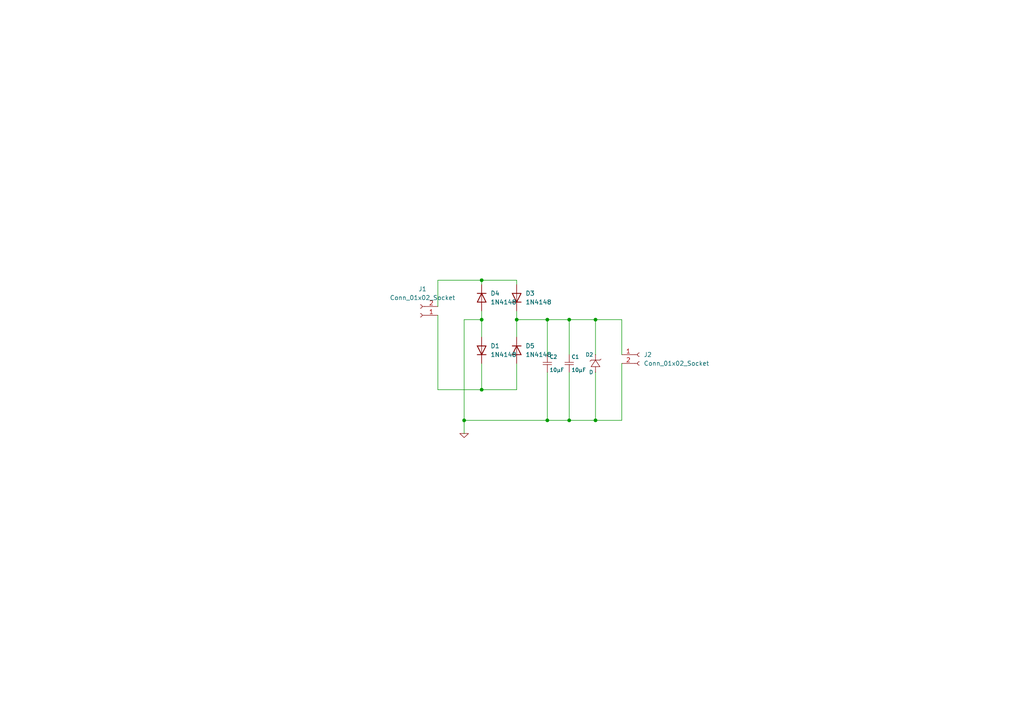
<source format=kicad_sch>
(kicad_sch (version 20250114) (generator "eeschema") (generator_version "9.0")
  (paper "A4")
  (lib_symbols
    (symbol "Connector:Conn_01x02_Socket" (pin_names (offset 1.016) (hide yes))
      (property "Reference" "J" (at 0 2.54 0))
      (property "Value" "Conn_01x02_Socket" (at 0 -5.08 0))
      (symbol "Conn_01x02_Socket_1_1"
        (polyline (pts (xy -1.27 0) (xy -0.508 0)) (stroke (width 0.1524)))
        (polyline (pts (xy -1.27 -2.54) (xy -0.508 -2.54)) (stroke (width 0.1524)))
        (arc (start 0 -0.508) (mid -0.5058 0) (end 0 0.508) (stroke (width 0.1524)))
        (arc (start 0 -3.048) (mid -0.5058 -2.54) (end 0 -2.032) (stroke (width 0.1524)))
        (pin passive line (at -5.08 0 0) (length 3.81) (name "Pin_1") (number "1"))
        (pin passive line (at -5.08 -2.54 0) (length 3.81) (name "Pin_2") (number "2"))
      )
    )
    (symbol "Diode:1N4148" (pin_numbers (hide yes)) (pin_names (hide yes))
      (property "Reference" "D" (at 0 2.54 0))
      (property "Value" "1N4148" (at 0 -2.54 0))
      (symbol "1N4148_0_1"
        (polyline (pts (xy -1.27 1.27) (xy -1.27 -1.27)) (stroke (width 0.254)))
        (polyline (pts (xy 1.27 1.27) (xy 1.27 -1.27) (xy -1.27 0) (xy 1.27 1.27)) (stroke (width 0.254)))
        (polyline (pts (xy 1.27 0) (xy -1.27 0)))
      )
      (symbol "1N4148_1_1"
        (pin passive line (at -3.81 0 0) (length 2.54) (name "K") (number "1"))
        (pin passive line (at 3.81 0 180) (length 2.54) (name "A") (number "2"))
      )
    )
    (symbol "ltspice:GND" (power)
      (symbol "GND_0_0"
        (polyline (pts (xy 1.27 0) (xy -1.27 0) (xy 0 -1.1938) (xy 1.27 0) (xy -1.27 0) (xy 0 -1.1938)) (stroke (width 0.1524)))
        (pin power_in line (at 0 0 0) (length 0.0005) (name "") (number ""))
      )
    )
    (symbol "ltspice:cap" (pin_numbers (hide yes))
      (symbol "cap_0_0"
        (polyline (pts (xy 1.27 0) (xy 1.27 -2.2352)) (stroke (width 0.1524)))
        (polyline (pts (xy 1.27 -5.08) (xy 1.27 -2.8702)) (stroke (width 0.1524)))
        (polyline (pts (xy 2.54 -2.2352) (xy 0 -2.2352)) (stroke (width 0.1524)))
        (polyline (pts (xy 2.54 -2.8702) (xy 0 -2.8702)) (stroke (width 0.1524)))
        (pin passive line (at 1.27 0 0) (length 0.0005) (name "") (number "1"))
        (pin passive line (at 1.27 -5.08 0) (length 0.0005) (name "") (number "2"))
      )
    )
    (symbol "ltspice:zener" (pin_numbers (hide yes))
      (symbol "zener_0_0"
        (polyline (pts (xy -0.3302 -3.81) (xy 0 -3.5052)) (stroke (width 0.1524)))
        (polyline (pts (xy 1.27 -1.6002) (xy 1.27 0)) (stroke (width 0.1524)))
        (polyline (pts (xy 1.27 -3.5052) (xy 0 -1.6002)) (stroke (width 0.1524)))
        (polyline (pts (xy 1.27 -3.5052) (xy 2.54 -1.6002)) (stroke (width 0.1524)))
        (polyline (pts (xy 1.27 -5.08) (xy 1.27 -3.5052)) (stroke (width 0.1524)))
        (polyline (pts (xy 2.54 -1.6002) (xy 0 -1.6002)) (stroke (width 0.1524)))
        (polyline (pts (xy 2.54 -3.5052) (xy 0 -3.5052)) (stroke (width 0.1524)))
        (polyline (pts (xy 2.8702 -3.175) (xy 2.54 -3.5052)) (stroke (width 0.1524)))
        (pin passive line (at 1.27 0 0) (length 0.0005) (name "+") (number "1"))
        (pin passive line (at 1.27 -5.08 0) (length 0.0005) (name "-") (number "2"))
      )
    )
  )
  (junction (at 139.7 92.71))
  (junction (at 139.7 81.28))
  (junction (at 172.72 92.71))
  (junction (at 172.72 121.92))
  (junction (at 165.1 121.92))
  (junction (at 165.1 92.71))
  (junction (at 158.75 92.71))
  (junction (at 158.75 121.92))
  (junction (at 134.62 121.92))
  (junction (at 139.7 113.03))
  (junction (at 149.86 92.71))
  (wire (pts (xy 149.86 81.28) (xy 149.86 82.55)))
  (wire (pts (xy 149.86 92.71) (xy 149.86 97.79)) (stroke (width 0.1524)))
  (wire (pts (xy 127 81.28) (xy 127 88.9)))
  (wire (pts (xy 158.75 102.87) (xy 158.75 92.71)) (stroke (width 0.1524)))
  (wire (pts (xy 172.72 121.92) (xy 172.72 107.95)) (stroke (width 0.1524)))
  (wire (pts (xy 158.75 121.92) (xy 158.75 107.95)) (stroke (width 0.1524)))
  (wire (pts (xy 158.75 121.92) (xy 165.1 121.92)) (stroke (width 0.1524)))
  (wire (pts (xy 180.34 121.92) (xy 172.72 121.92)))
  (wire (pts (xy 139.7 113.03) (xy 149.86 113.03)) (stroke (width 0.1524)))
  (wire (pts (xy 134.62 125.73) (xy 134.62 121.92)) (stroke (width 0.1524)))
  (wire (pts (xy 158.75 92.71) (xy 165.1 92.71)) (stroke (width 0.1524)))
  (wire (pts (xy 139.7 92.71) (xy 139.7 90.17)) (stroke (width 0.1524)))
  (wire (pts (xy 165.1 121.92) (xy 165.1 107.95)) (stroke (width 0.1524)))
  (wire (pts (xy 165.1 102.87) (xy 165.1 92.71)) (stroke (width 0.1524)))
  (wire (pts (xy 127 113.03) (xy 139.7 113.03)) (stroke (width 0.1524)))
  (wire (pts (xy 172.72 92.71) (xy 180.34 92.71)))
  (wire (pts (xy 172.72 102.87) (xy 172.72 92.71)) (stroke (width 0.1524)))
  (wire (pts (xy 149.86 81.28) (xy 139.7 81.28)) (stroke (width 0.1524)))
  (wire (pts (xy 172.72 92.71) (xy 165.1 92.71)) (stroke (width 0.1524)))
  (wire (pts (xy 139.7 105.41) (xy 139.7 113.03)))
  (wire (pts (xy 127 91.44) (xy 127 113.03)))
  (wire (pts (xy 172.72 121.92) (xy 165.1 121.92)) (stroke (width 0.1524)))
  (wire (pts (xy 180.34 102.87) (xy 180.34 92.71)))
  (wire (pts (xy 139.7 82.55) (xy 139.7 81.28)) (stroke (width 0.1524)))
  (wire (pts (xy 139.7 81.28) (xy 127 81.28)) (stroke (width 0.1524)))
  (wire (pts (xy 149.86 90.17) (xy 149.86 92.71)) (stroke (width 0.1524)))
  (wire (pts (xy 139.7 92.71) (xy 139.7 97.79)) (stroke (width 0.1524)))
  (wire (pts (xy 180.34 105.41) (xy 180.34 121.92)))
  (wire (pts (xy 134.62 121.92) (xy 158.75 121.92)) (stroke (width 0.1524)))
  (wire (pts (xy 149.86 92.71) (xy 158.75 92.71)) (stroke (width 0.1524)))
  (wire (pts (xy 139.7 92.71) (xy 134.62 92.71)) (stroke (width 0.1524)))
  (wire (pts (xy 149.86 105.41) (xy 149.86 113.03)))
  (wire (pts (xy 134.62 121.92) (xy 134.62 92.71)) (stroke (width 0.1524)))
  (symbol (lib_id "Diode:1N4148") (at 149.86 101.6 270) (unit 1)
    (property "Reference" "D5" (at 152.4 100.3299 90) (effects (justify left)))
    (property "Value" "1N4148" (at 152.4 102.8699 90) (effects (justify left)))
    (property "Footprint" "Diode_THT:D_DO-35_SOD27_P7.62mm_Horizontal" (effects (hide yes)))
    (property "Datasheet" "https://assets.nexperia.com/documents/data-sheet/1N4148_1N4448.pdf" (effects (hide yes)))
    (property "Description" "100V 0.15A standard switching diode, DO-35" (effects (hide yes)))
    (property "Sim.Device" "D" (effects (hide yes)))
    (property "Sim.Pins" "1=K 2=A" (effects (hide yes)))
  )
  (symbol (lib_id "ltspice:zener") (at 173.99 107.95 180) (unit 1)
    (property "Reference" "D2" (at 172.085 102.87 0) (effects (font (size 1.0668 1.0668)) (justify left)))
    (property "Value" "D" (at 172.085 107.95 0) (effects (font (size 1.0668 1.0668)) (justify left)))
    (property "Footprint" "Diode_THT:D_DO-35_SOD27_P7.62mm_Horizontal" (effects (hide yes)))
    (property "Sim.Device" "SPICE" (effects (hide yes)))
    (property "Sim.Params" "model=\"D\"" (effects (hide yes)))
  )
  (symbol (lib_id "Diode:1N4148") (at 139.7 101.6 90) (unit 1)
    (property "Reference" "D1" (at 142.24 100.3299 90) (effects (justify right)))
    (property "Value" "1N4148" (at 142.24 102.8699 90) (effects (justify right)))
    (property "Footprint" "Diode_THT:D_DO-35_SOD27_P7.62mm_Horizontal" (effects (hide yes)))
    (property "Datasheet" "https://assets.nexperia.com/documents/data-sheet/1N4148_1N4448.pdf" (effects (hide yes)))
    (property "Description" "100V 0.15A standard switching diode, DO-35" (effects (hide yes)))
    (property "Sim.Device" "D" (effects (hide yes)))
    (property "Sim.Pins" "1=K 2=A" (effects (hide yes)))
  )
  (symbol (lib_id "ltspice:cap") (at 157.48 102.87 0) (unit 1)
    (property "Reference" "C2" (at 159.385 103.505 0) (effects (font (size 1.0668 1.0668)) (justify left)))
    (property "Value" "10µF" (at 159.385 107.315 0) (effects (font (size 1.0668 1.0668)) (justify left)))
    (property "Footprint" "Capacitor_THT:CP_Radial_D4.0mm_P2.00mm" (effects (hide yes)))
    (property "Sim.Device" "C" (effects (hide yes)))
    (property "Sim.Params" "C=${VALUE}" (effects (hide yes)))
  )
  (symbol (lib_id "ltspice:GND") (at 134.62 125.73 0) (unit 1)
    (property "Reference" "#GND000" (effects (hide yes)))
    (property "Value" "0" (effects (hide yes)))
  )
  (symbol (lib_id "ltspice:cap") (at 163.83 102.87 0) (unit 1)
    (property "Reference" "C1" (at 165.735 103.505 0) (effects (font (size 1.0668 1.0668)) (justify left)))
    (property "Value" "10µF" (at 165.735 107.315 0) (effects (font (size 1.0668 1.0668)) (justify left)))
    (property "Footprint" "Capacitor_THT:CP_Radial_D4.0mm_P2.00mm" (effects (hide yes)))
    (property "Sim.Device" "C" (effects (hide yes)))
    (property "Sim.Params" "C=${VALUE}" (effects (hide yes)))
  )
  (symbol (lib_id "Diode:1N4148") (at 139.7 86.36 270) (unit 1)
    (property "Reference" "D4" (at 142.24 85.0899 90) (effects (justify left)))
    (property "Value" "1N4148" (at 142.24 87.6299 90) (effects (justify left)))
    (property "Footprint" "Diode_THT:D_DO-35_SOD27_P7.62mm_Horizontal" (effects (hide yes)))
    (property "Datasheet" "https://assets.nexperia.com/documents/data-sheet/1N4148_1N4448.pdf" (effects (hide yes)))
    (property "Description" "100V 0.15A standard switching diode, DO-35" (effects (hide yes)))
    (property "Sim.Device" "D" (effects (hide yes)))
    (property "Sim.Pins" "1=K 2=A" (effects (hide yes)))
  )
  (symbol (lib_id "Connector:Conn_01x02_Socket") (at 185.42 102.87 0) (unit 1)
    (property "Reference" "J2" (at 186.69 102.8699 0) (effects (justify left)))
    (property "Value" "Conn_01x02_Socket" (at 186.69 105.4099 0) (effects (justify left)))
    (property "Footprint" "Connector_PinSocket_2.00mm:PinSocket_1x02_P2.00mm_Vertical" (effects (hide yes)))
    (property "Description" "Generic connector, single row, 01x02, script generated" (effects (hide yes)))
  )
  (symbol (lib_id "Connector:Conn_01x02_Socket") (at 121.92 91.44 180) (unit 1)
    (property "Reference" "J1" (at 122.555 83.82 0))
    (property "Value" "Conn_01x02_Socket" (at 122.555 86.36 0))
    (property "Footprint" "Connector_PinSocket_2.00mm:PinSocket_1x02_P2.00mm_Vertical" (effects (hide yes)))
    (property "Description" "Generic connector, single row, 01x02, script generated" (effects (hide yes)))
  )
  (symbol (lib_id "Diode:1N4148") (at 149.86 86.36 90) (unit 1)
    (property "Reference" "D3" (at 152.4 85.0899 90) (effects (justify right)))
    (property "Value" "1N4148" (at 152.4 87.6299 90) (effects (justify right)))
    (property "Footprint" "Diode_THT:D_DO-35_SOD27_P7.62mm_Horizontal" (effects (hide yes)))
    (property "Datasheet" "https://assets.nexperia.com/documents/data-sheet/1N4148_1N4448.pdf" (effects (hide yes)))
    (property "Description" "100V 0.15A standard switching diode, DO-35" (effects (hide yes)))
    (property "Sim.Device" "D" (effects (hide yes)))
    (property "Sim.Pins" "1=K 2=A" (effects (hide yes)))
  )
)
</source>
